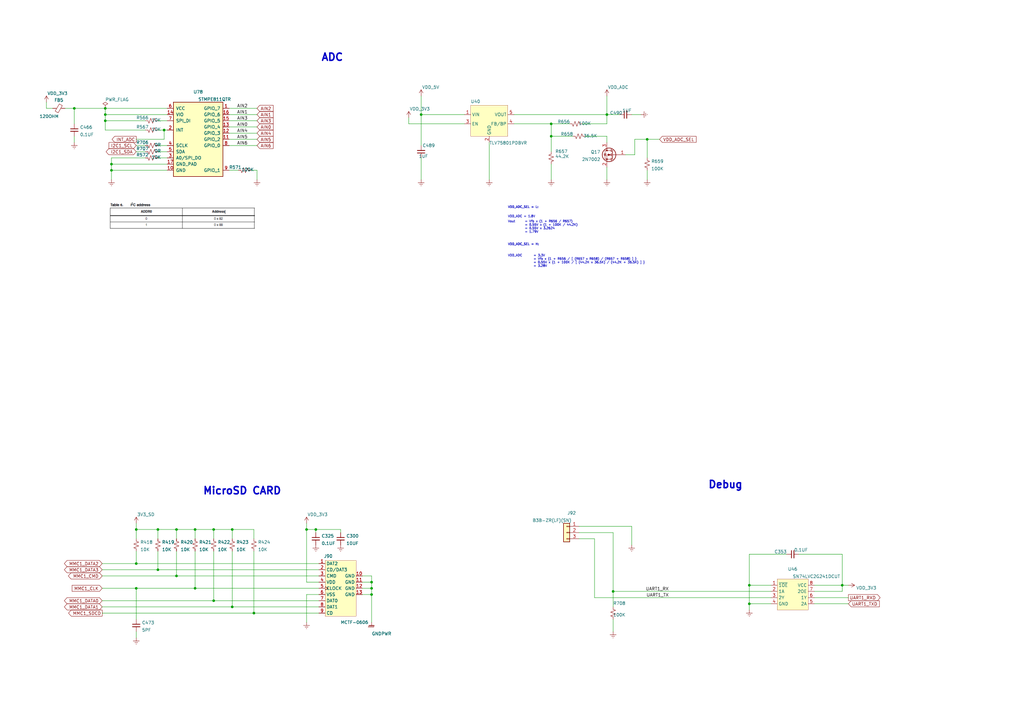
<source format=kicad_sch>
(kicad_sch (version 20210126) (generator eeschema)
  (paper "A3")
  (title_block (title "BeagleBone AI AM57x") (date "2021-01-15") (rev "Kicad-A1") (company "KiCad Services Corporation"))
  (lib_symbols
    (symbol "Connector_Generic:Conn_01x03" (pin_names (offset 1.016) hide)
      (property "Reference" "J" (at 0 5.08 0))
      (property "Value" "Conn_01x03" (at 0 -5.08 0))
      (symbol "Conn_01x03_1_1"
        (rectangle (start -1.27 -2.413) (end 0 -2.667) (stroke (width 0.1524)))
        (rectangle (start -1.27 2.667) (end 0 2.413) (stroke (width 0.1524)))
        (rectangle (start -1.27 3.81) (end 1.27 -3.81) (stroke (width 0.254)) (fill (type background)))
        (rectangle (start -1.27 0.127) (end 0 -0.127) (stroke (width 0.1524)))
        (pin passive line (at -5.08 2.54 0) (length 3.81) (name "Pin_1") (number "1"))
        (pin passive line (at -5.08 0 0) (length 3.81) (name "Pin_2") (number "2"))
        (pin passive line (at -5.08 -2.54 0) (length 3.81) (name "Pin_3") (number "3"))
      )
    )
    (symbol "Device:C_Small" (pin_numbers hide) (pin_names (offset 0.254) hide)
      (property "Reference" "C" (at 0.254 1.778 0))
      (property "Value" "C_Small" (at 0.254 -2.032 0))
      (symbol "C_Small_0_1"
        (polyline (pts (xy -1.524 -0.508) (xy 1.524 -0.508)) (stroke (width 0.3302)))
        (polyline (pts (xy -1.524 0.508) (xy 1.524 0.508)) (stroke (width 0.3048)))
      )
      (symbol "C_Small_1_1"
        (pin passive line (at 0 2.54 270) (length 2.032) (name "~") (number "1"))
        (pin passive line (at 0 -2.54 90) (length 2.032) (name "~") (number "2"))
      )
    )
    (symbol "Device:Ferrite_Bead_Small" (pin_numbers hide) (pin_names (offset 0))
      (property "Reference" "FB" (at 1.905 1.27 0))
      (property "Value" "Ferrite_Bead_Small" (at 1.905 -1.27 0))
      (symbol "Ferrite_Bead_Small_0_1"
        (polyline (pts (xy 0 -1.27) (xy 0 -0.7874)))
        (polyline (pts (xy 0 0.889) (xy 0 1.2954)))
        (polyline (pts (xy -1.8288 0.2794) (xy -1.1176 1.4986) (xy 1.8288 -0.2032) (xy 1.1176 -1.4224) (xy -1.8288 0.2794)))
      )
      (symbol "Ferrite_Bead_Small_1_1"
        (pin passive line (at 0 2.54 270) (length 1.27) (name "~") (number "1"))
        (pin passive line (at 0 -2.54 90) (length 1.27) (name "~") (number "2"))
      )
    )
    (symbol "Device:R_Small_US" (pin_numbers hide) (pin_names (offset 0.254) hide)
      (property "Reference" "R" (at 0.762 0.508 0))
      (property "Value" "R_Small_US" (at 0.762 -1.016 0))
      (symbol "R_Small_US_1_1"
        (polyline (pts (xy 0 0) (xy 1.016 -0.381) (xy 0 -0.762) (xy -1.016 -1.143) (xy 0 -1.524)))
        (polyline (pts (xy 0 1.524) (xy 1.016 1.143) (xy 0 0.762) (xy -1.016 0.381) (xy 0 0)))
        (pin passive line (at 0 2.54 270) (length 1.016) (name "~") (number "1"))
        (pin passive line (at 0 -2.54 90) (length 1.016) (name "~") (number "2"))
      )
    )
    (symbol "Transistor_FET:2N7002" (pin_names hide)
      (property "Reference" "Q" (at 5.08 1.905 0))
      (property "Value" "2N7002" (at 5.08 0 0))
      (symbol "2N7002_0_1"
        (circle (center 1.651 0) (radius 2.794) (stroke (width 0.254)))
        (circle (center 2.54 -1.778) (radius 0.254) (fill (type outline)))
        (circle (center 2.54 1.778) (radius 0.254) (fill (type outline)))
        (polyline (pts (xy 0.254 0) (xy -2.54 0)))
        (polyline (pts (xy 0.254 1.905) (xy 0.254 -1.905)) (stroke (width 0.254)))
        (polyline (pts (xy 0.762 -1.27) (xy 0.762 -2.286)) (stroke (width 0.254)))
        (polyline (pts (xy 0.762 0.508) (xy 0.762 -0.508)) (stroke (width 0.254)))
        (polyline (pts (xy 0.762 2.286) (xy 0.762 1.27)) (stroke (width 0.254)))
        (polyline (pts (xy 2.54 2.54) (xy 2.54 1.778)))
        (polyline (pts (xy 2.54 -2.54) (xy 2.54 0) (xy 0.762 0)))
        (polyline (pts (xy 0.762 -1.778) (xy 3.302 -1.778) (xy 3.302 1.778) (xy 0.762 1.778)))
        (polyline (pts (xy 1.016 0) (xy 2.032 0.381) (xy 2.032 -0.381) (xy 1.016 0)) (fill (type outline)))
        (polyline (pts (xy 2.794 0.508) (xy 2.921 0.381) (xy 3.683 0.381) (xy 3.81 0.254)))
        (polyline (pts (xy 3.302 0.381) (xy 2.921 -0.254) (xy 3.683 -0.254) (xy 3.302 0.381)))
      )
      (symbol "2N7002_1_1"
        (pin input line (at -5.08 0 0) (length 2.54) (name "G") (number "1"))
        (pin passive line (at 2.54 -5.08 90) (length 2.54) (name "S") (number "2"))
        (pin passive line (at 2.54 5.08 270) (length 2.54) (name "D") (number "3"))
      )
    )
    (symbol "beaglebone-ai:3V3_SD" (power) (pin_names (offset 0))
      (property "Value" "3V3_SD" (at 0 3.556 0))
      (symbol "3V3_SD_0_1"
        (polyline (pts (xy -0.762 1.27) (xy 0 2.54)))
        (polyline (pts (xy 0 0) (xy 0 2.54)))
        (polyline (pts (xy 0 2.54) (xy 0.762 1.27)))
      )
      (symbol "3V3_SD_1_1"
        (pin power_in line (at 0 0 90) (length 0) hide (name "3V3_SD") (number "1"))
      )
    )
    (symbol "beaglebone-ai:MCTF-0606"
      (property "Reference" "J" (at -6.35 11.43 0))
      (property "Value" "MCTF-0606" (at -1.27 -13.97 0))
      (symbol "MCTF-0606_0_1"
        (rectangle (start -6.35 10.16) (end 6.35 -12.7) (stroke (width 0.0006)) (fill (type background)))
      )
      (symbol "MCTF-0606_1_1"
        (pin input line (at -8.89 8.89 0) (length 2.54) (name "DAT2") (number "1"))
        (pin bidirectional line (at -8.89 6.35 0) (length 2.54) (name "CD/DAT3") (number "2"))
        (pin bidirectional line (at -8.89 3.81 0) (length 2.54) (name "CMD") (number "3"))
        (pin power_in line (at -8.89 1.27 0) (length 2.54) (name "VDD") (number "4"))
        (pin input clock (at -8.89 -1.27 0) (length 2.54) (name "CLOCK") (number "5"))
        (pin power_in line (at -8.89 -3.81 0) (length 2.54) (name "VSS") (number "6"))
        (pin bidirectional line (at -8.89 -6.35 0) (length 2.54) (name "DAT0") (number "7"))
        (pin bidirectional line (at -8.89 -8.89 0) (length 2.54) (name "DAT1") (number "8"))
        (pin output line (at -8.89 -11.43 0) (length 2.54) (name "CD") (number "9"))
        (pin power_in line (at 8.89 3.81 180) (length 2.54) (name "GND") (number "10"))
        (pin power_in line (at 8.89 1.27 180) (length 2.54) (name "GND") (number "11"))
        (pin power_in line (at 8.89 -1.27 180) (length 2.54) (name "GND") (number "12"))
        (pin power_in line (at 8.89 -3.81 180) (length 2.54) (name "GND") (number "13"))
      )
    )
    (symbol "beaglebone-ai:SGM2032"
      (property "Reference" "U" (at -6.35 12.7 0))
      (property "Value" "SGM2032" (at 8.89 12.7 0))
      (symbol "SGM2032_0_1"
        (rectangle (start -6.35 11.43) (end 8.89 -1.27) (stroke (width 0.0006)) (fill (type background)))
      )
      (symbol "SGM2032_1_1"
        (pin power_in line (at -8.89 7.62 0) (length 2.54) (name "VIN") (number "1"))
        (pin input line (at -8.89 3.81 0) (length 2.54) (name "EN") (number "3"))
        (pin power_in line (at 1.27 -3.81 90) (length 2.54) (name "GND") (number "2"))
        (pin input line (at 11.43 3.81 180) (length 2.54) (name "FB/BP") (number "4"))
        (pin power_out line (at 11.43 7.62 180) (length 2.54) (name "VOUT") (number "5"))
      )
    )
    (symbol "beaglebone-ai:SN74LVC2G241"
      (property "Reference" "U" (at -5.08 7.62 0))
      (property "Value" "SN74LVC2G241" (at 0 -7.62 0))
      (symbol "SN74LVC2G241_0_1"
        (rectangle (start -6.35 6.35) (end 6.35 -6.35) (stroke (width 0.0006)) (fill (type background)))
      )
      (symbol "SN74LVC2G241_1_1"
        (pin input line (at -8.89 3.81 0) (length 2.54) (name "~1OE") (number "1"))
        (pin input line (at -8.89 1.27 0) (length 2.54) (name "1A") (number "2"))
        (pin output line (at -8.89 -1.27 0) (length 2.54) (name "2Y") (number "3"))
        (pin power_in line (at -8.89 -3.81 0) (length 2.54) (name "GND") (number "4"))
        (pin power_in line (at 8.89 3.81 180) (length 2.54) (name "VCC") (number "8"))
        (pin input line (at 8.89 1.27 180) (length 2.54) (name "2OE") (number "7"))
        (pin output line (at 8.89 -1.27 180) (length 2.54) (name "1Y") (number "6"))
        (pin input line (at 8.89 -3.81 180) (length 2.54) (name "2A") (number "5"))
      )
    )
    (symbol "beaglebone-ai:STMPE811" (pin_names (offset 1.016))
      (property "Reference" "U" (at -9.144 16.256 0))
      (property "Value" "STMPE811" (at 6.096 16.256 0))
      (symbol "STMPE811_0_1"
        (rectangle (start -10.16 15.24) (end 10.16 -15.24) (stroke (width 0.254)) (fill (type background)))
      )
      (symbol "STMPE811_1_1"
        (pin bidirectional line (at 12.7 -2.54 180) (length 2.54) (name "GPIO_0") (number "8"))
        (pin input line (at -12.7 -7.62 0) (length 2.54) (name "A0/SPI_DO") (number "3"))
        (pin input line (at -12.7 -2.54 0) (length 2.54) (name "SCLK") (number "4"))
        (pin bidirectional line (at 12.7 -12.7 180) (length 2.54) (name "GPIO_1") (number "9"))
        (pin bidirectional line (at -12.7 -5.08 0) (length 2.54) (name "SDA") (number "5"))
        (pin power_in line (at -12.7 12.7 0) (length 2.54) (name "VCC") (number "6"))
        (pin output line (at -12.7 3.81 0) (length 2.54) (name "INT") (number "2"))
        (pin input line (at -12.7 10.16 0) (length 2.54) (name "VIO") (number "14"))
        (pin input line (at -12.7 7.62 0) (length 2.54) (name "SPI_DI") (number "7"))
        (pin bidirectional line (at 12.7 0 180) (length 2.54) (name "GPIO_2") (number "11"))
        (pin bidirectional line (at 12.7 2.54 180) (length 2.54) (name "GPIO_3") (number "12"))
        (pin bidirectional line (at 12.7 5.08 180) (length 2.54) (name "GPIO_4") (number "13"))
        (pin bidirectional line (at 12.7 7.62 180) (length 2.54) (name "GPIO_5") (number "15"))
        (pin bidirectional line (at 12.7 10.16 180) (length 2.54) (name "GPIO_6") (number "16"))
        (pin bidirectional line (at 12.7 12.7 180) (length 2.54) (name "GPIO_7") (number "1"))
        (pin power_in line (at -12.7 -12.7 0) (length 2.54) (name "GND") (number "10"))
        (pin power_in line (at -12.7 -10.16 0) (length 2.54) (name "GND_PAD") (number "17"))
      )
    )
    (symbol "beaglebone-ai:VDD_3V3" (power) (pin_names (offset 0))
      (property "Value" "VDD_3V3" (at 0 3.556 0))
      (symbol "VDD_3V3_0_1"
        (polyline (pts (xy -0.762 1.27) (xy 0 2.54)))
        (polyline (pts (xy 0 0) (xy 0 2.54)))
        (polyline (pts (xy 0 2.54) (xy 0.762 1.27)))
      )
      (symbol "VDD_3V3_1_1"
        (pin power_in line (at 0 0 90) (length 0) hide (name "VDD_3V3") (number "1"))
      )
    )
    (symbol "beaglebone-ai:VDD_5V" (power) (pin_names (offset 0))
      (property "Value" "VDD_5V" (at 0 3.556 0))
      (symbol "VDD_5V_0_1"
        (polyline (pts (xy -0.762 1.27) (xy 0 2.54)))
        (polyline (pts (xy 0 0) (xy 0 2.54)))
        (polyline (pts (xy 0 2.54) (xy 0.762 1.27)))
      )
      (symbol "VDD_5V_1_1"
        (pin power_in line (at 0 0 90) (length 0) hide (name "VDD_5V") (number "1"))
      )
    )
    (symbol "beaglebone-ai:VDD_ADC" (power) (pin_names (offset 0))
      (property "Value" "VDD_ADC" (at 0 3.556 0))
      (symbol "VDD_ADC_0_1"
        (polyline (pts (xy -0.762 1.27) (xy 0 2.54)))
        (polyline (pts (xy 0 0) (xy 0 2.54)))
        (polyline (pts (xy 0 2.54) (xy 0.762 1.27)))
      )
      (symbol "VDD_ADC_1_1"
        (pin power_in line (at 0 0 90) (length 0) hide (name "VDD_ADC") (number "1"))
      )
    )
    (symbol "power:Earth" (power) (pin_names (offset 0))
      (symbol "Earth_0_1"
        (polyline (pts (xy -0.635 -1.905) (xy 0.635 -1.905)))
        (polyline (pts (xy -0.127 -2.54) (xy 0.127 -2.54)))
        (polyline (pts (xy 0 -1.27) (xy 0 0)))
        (polyline (pts (xy 1.27 -1.27) (xy -1.27 -1.27)))
      )
      (symbol "Earth_1_1"
        (pin power_in line (at 0 0 270) (length 0) hide (name "Earth") (number "1"))
      )
    )
    (symbol "power:GNDPWR" (power) (pin_names (offset 0))
      (property "Value" "GNDPWR" (at 0 -3.302 0))
      (symbol "GNDPWR_0_1"
        (polyline (pts (xy 0 -1.27) (xy 0 0)))
        (polyline (pts (xy -1.016 -1.27) (xy -1.27 -2.032) (xy -1.27 -2.032)) (stroke (width 0.2032)))
        (polyline (pts (xy -0.508 -1.27) (xy -0.762 -2.032) (xy -0.762 -2.032)) (stroke (width 0.2032)))
        (polyline (pts (xy 0 -1.27) (xy -0.254 -2.032) (xy -0.254 -2.032)) (stroke (width 0.2032)))
        (polyline (pts (xy 0.508 -1.27) (xy 0.254 -2.032) (xy 0.254 -2.032)) (stroke (width 0.2032)))
        (polyline (pts (xy 1.016 -1.27) (xy -1.016 -1.27) (xy -1.016 -1.27)) (stroke (width 0.2032)))
        (polyline (pts (xy 1.016 -1.27) (xy 0.762 -2.032) (xy 0.762 -2.032) (xy 0.762 -2.032)) (stroke (width 0.2032)))
      )
      (symbol "GNDPWR_1_1"
        (pin power_in line (at 0 0 270) (length 0) hide (name "GNDPWR") (number "1"))
      )
    )
    (symbol "power:PWR_FLAG" (power) (pin_numbers hide) (pin_names (offset 0) hide)
      (property "Value" "PWR_FLAG" (at 0 3.81 0))
      (symbol "PWR_FLAG_0_0"
        (pin power_out line (at 0 0 90) (length 0) (name "pwr") (number "1"))
      )
      (symbol "PWR_FLAG_0_1"
        (polyline (pts (xy 0 0) (xy 0 1.27) (xy -1.016 1.905) (xy 0 2.54) (xy 1.016 1.905) (xy 0 1.27)))
      )
    )
  )
  (junction (at 30.48 44.45) (diameter 0.9144))
  (junction (at 43.18 44.45) (diameter 0.9144))
  (junction (at 43.18 46.99) (diameter 0.9144))
  (junction (at 43.18 49.53) (diameter 0.9144))
  (junction (at 45.72 67.31) (diameter 0.9144))
  (junction (at 45.72 69.85) (diameter 0.9144))
  (junction (at 55.88 217.17) (diameter 0.9144))
  (junction (at 55.88 231.14) (diameter 0.9144))
  (junction (at 55.88 241.3) (diameter 0.9144))
  (junction (at 64.77 217.17) (diameter 0.9144))
  (junction (at 64.77 233.68) (diameter 0.9144))
  (junction (at 67.31 53.34) (diameter 0.9144))
  (junction (at 72.39 217.17) (diameter 0.9144))
  (junction (at 72.39 236.22) (diameter 0.9144))
  (junction (at 80.01 217.17) (diameter 0.9144))
  (junction (at 80.01 241.3) (diameter 0.9144))
  (junction (at 87.63 217.17) (diameter 0.9144))
  (junction (at 87.63 246.38) (diameter 0.9144))
  (junction (at 95.25 217.17) (diameter 0.9144))
  (junction (at 95.25 248.92) (diameter 0.9144))
  (junction (at 104.14 251.46) (diameter 0.9144))
  (junction (at 125.73 217.17) (diameter 0.9144))
  (junction (at 129.54 217.17) (diameter 0.9144))
  (junction (at 152.4 238.76) (diameter 0.9144))
  (junction (at 152.4 241.3) (diameter 0.9144))
  (junction (at 152.4 243.84) (diameter 0.9144))
  (junction (at 172.72 46.99) (diameter 0.9144))
  (junction (at 226.06 50.8) (diameter 0.9144))
  (junction (at 226.06 55.88) (diameter 0.9144))
  (junction (at 248.92 46.99) (diameter 0.9144))
  (junction (at 251.46 242.57) (diameter 0.9144))
  (junction (at 265.43 57.15) (diameter 0.9144))
  (junction (at 307.34 240.03) (diameter 0.9144))
  (junction (at 307.34 247.65) (diameter 0.9144))
  (junction (at 345.44 240.03) (diameter 0.9144))
  (wire (pts (xy 19.05 41.91) (xy 19.05 44.45)))
  (wire (pts (xy 21.59 44.45) (xy 19.05 44.45)))
  (wire (pts (xy 26.67 44.45) (xy 30.48 44.45)))
  (wire (pts (xy 30.48 44.45) (xy 30.48 50.8)))
  (wire (pts (xy 30.48 55.88) (xy 30.48 58.42)))
  (wire (pts (xy 41.91 231.14) (xy 55.88 231.14)))
  (wire (pts (xy 41.91 233.68) (xy 64.77 233.68)))
  (wire (pts (xy 41.91 236.22) (xy 72.39 236.22)))
  (wire (pts (xy 41.91 241.3) (xy 55.88 241.3)))
  (wire (pts (xy 41.91 246.38) (xy 87.63 246.38)))
  (wire (pts (xy 41.91 248.92) (xy 95.25 248.92)))
  (wire (pts (xy 41.91 251.46) (xy 104.14 251.46)))
  (wire (pts (xy 43.18 44.45) (xy 30.48 44.45)))
  (wire (pts (xy 43.18 46.99) (xy 43.18 44.45)))
  (wire (pts (xy 43.18 46.99) (xy 68.58 46.99)))
  (wire (pts (xy 43.18 49.53) (xy 43.18 46.99)))
  (wire (pts (xy 43.18 49.53) (xy 59.69 49.53)))
  (wire (pts (xy 43.18 53.34) (xy 43.18 49.53)))
  (wire (pts (xy 45.72 64.77) (xy 45.72 67.31)))
  (wire (pts (xy 45.72 64.77) (xy 59.69 64.77)))
  (wire (pts (xy 45.72 67.31) (xy 45.72 69.85)))
  (wire (pts (xy 45.72 67.31) (xy 68.58 67.31)))
  (wire (pts (xy 45.72 69.85) (xy 45.72 73.66)))
  (wire (pts (xy 45.72 69.85) (xy 68.58 69.85)))
  (wire (pts (xy 55.88 57.15) (xy 67.31 57.15)))
  (wire (pts (xy 55.88 59.69) (xy 59.69 59.69)))
  (wire (pts (xy 55.88 62.23) (xy 59.69 62.23)))
  (wire (pts (xy 55.88 214.63) (xy 55.88 217.17)))
  (wire (pts (xy 55.88 217.17) (xy 64.77 217.17)))
  (wire (pts (xy 55.88 220.98) (xy 55.88 217.17)))
  (wire (pts (xy 55.88 231.14) (xy 55.88 226.06)))
  (wire (pts (xy 55.88 231.14) (xy 130.81 231.14)))
  (wire (pts (xy 55.88 241.3) (xy 55.88 254)))
  (wire (pts (xy 55.88 241.3) (xy 80.01 241.3)))
  (wire (pts (xy 55.88 259.08) (xy 55.88 261.62)))
  (wire (pts (xy 59.69 53.34) (xy 43.18 53.34)))
  (wire (pts (xy 64.77 49.53) (xy 68.58 49.53)))
  (wire (pts (xy 64.77 53.34) (xy 67.31 53.34)))
  (wire (pts (xy 64.77 59.69) (xy 68.58 59.69)))
  (wire (pts (xy 64.77 62.23) (xy 68.58 62.23)))
  (wire (pts (xy 64.77 64.77) (xy 68.58 64.77)))
  (wire (pts (xy 64.77 217.17) (xy 64.77 220.98)))
  (wire (pts (xy 64.77 217.17) (xy 72.39 217.17)))
  (wire (pts (xy 64.77 226.06) (xy 64.77 233.68)))
  (wire (pts (xy 64.77 233.68) (xy 130.81 233.68)))
  (wire (pts (xy 67.31 53.34) (xy 67.31 57.15)))
  (wire (pts (xy 68.58 44.45) (xy 43.18 44.45)))
  (wire (pts (xy 68.58 53.34) (xy 67.31 53.34)))
  (wire (pts (xy 72.39 217.17) (xy 72.39 220.98)))
  (wire (pts (xy 72.39 217.17) (xy 80.01 217.17)))
  (wire (pts (xy 72.39 226.06) (xy 72.39 236.22)))
  (wire (pts (xy 72.39 236.22) (xy 130.81 236.22)))
  (wire (pts (xy 80.01 217.17) (xy 80.01 220.98)))
  (wire (pts (xy 80.01 217.17) (xy 87.63 217.17)))
  (wire (pts (xy 80.01 226.06) (xy 80.01 241.3)))
  (wire (pts (xy 80.01 241.3) (xy 130.81 241.3)))
  (wire (pts (xy 87.63 217.17) (xy 87.63 220.98)))
  (wire (pts (xy 87.63 217.17) (xy 95.25 217.17)))
  (wire (pts (xy 87.63 226.06) (xy 87.63 246.38)))
  (wire (pts (xy 87.63 246.38) (xy 130.81 246.38)))
  (wire (pts (xy 93.98 44.45) (xy 105.41 44.45)))
  (wire (pts (xy 93.98 46.99) (xy 105.41 46.99)))
  (wire (pts (xy 93.98 49.53) (xy 105.41 49.53)))
  (wire (pts (xy 93.98 52.07) (xy 105.41 52.07)))
  (wire (pts (xy 93.98 54.61) (xy 105.41 54.61)))
  (wire (pts (xy 93.98 57.15) (xy 105.41 57.15)))
  (wire (pts (xy 93.98 59.69) (xy 105.41 59.69)))
  (wire (pts (xy 93.98 69.85) (xy 97.79 69.85)))
  (wire (pts (xy 95.25 217.17) (xy 95.25 220.98)))
  (wire (pts (xy 95.25 217.17) (xy 104.14 217.17)))
  (wire (pts (xy 95.25 226.06) (xy 95.25 248.92)))
  (wire (pts (xy 95.25 248.92) (xy 130.81 248.92)))
  (wire (pts (xy 102.87 69.85) (xy 105.41 69.85)))
  (wire (pts (xy 104.14 217.17) (xy 104.14 220.98)))
  (wire (pts (xy 104.14 226.06) (xy 104.14 251.46)))
  (wire (pts (xy 104.14 251.46) (xy 130.81 251.46)))
  (wire (pts (xy 105.41 69.85) (xy 105.41 73.66)))
  (wire (pts (xy 125.73 214.63) (xy 125.73 217.17)))
  (wire (pts (xy 125.73 217.17) (xy 125.73 238.76)))
  (wire (pts (xy 125.73 217.17) (xy 129.54 217.17)))
  (wire (pts (xy 125.73 238.76) (xy 130.81 238.76)))
  (wire (pts (xy 125.73 243.84) (xy 125.73 255.27)))
  (wire (pts (xy 125.73 243.84) (xy 130.81 243.84)))
  (wire (pts (xy 129.54 217.17) (xy 129.54 218.44)))
  (wire (pts (xy 129.54 217.17) (xy 139.7 217.17)))
  (wire (pts (xy 139.7 217.17) (xy 139.7 218.44)))
  (wire (pts (xy 148.59 236.22) (xy 152.4 236.22)))
  (wire (pts (xy 148.59 238.76) (xy 152.4 238.76)))
  (wire (pts (xy 148.59 241.3) (xy 152.4 241.3)))
  (wire (pts (xy 148.59 243.84) (xy 152.4 243.84)))
  (wire (pts (xy 152.4 236.22) (xy 152.4 238.76)))
  (wire (pts (xy 152.4 238.76) (xy 152.4 241.3)))
  (wire (pts (xy 152.4 241.3) (xy 152.4 243.84)))
  (wire (pts (xy 152.4 243.84) (xy 152.4 255.27)))
  (wire (pts (xy 167.64 48.26) (xy 167.64 50.8)))
  (wire (pts (xy 172.72 39.37) (xy 172.72 46.99)))
  (wire (pts (xy 172.72 46.99) (xy 172.72 59.69)))
  (wire (pts (xy 172.72 64.77) (xy 172.72 73.66)))
  (wire (pts (xy 190.5 46.99) (xy 172.72 46.99)))
  (wire (pts (xy 190.5 50.8) (xy 167.64 50.8)))
  (wire (pts (xy 200.66 58.42) (xy 200.66 73.66)))
  (wire (pts (xy 210.82 46.99) (xy 248.92 46.99)))
  (wire (pts (xy 210.82 50.8) (xy 226.06 50.8)))
  (wire (pts (xy 226.06 50.8) (xy 226.06 55.88)))
  (wire (pts (xy 226.06 50.8) (xy 233.68 50.8)))
  (wire (pts (xy 226.06 55.88) (xy 226.06 62.23)))
  (wire (pts (xy 226.06 55.88) (xy 234.95 55.88)))
  (wire (pts (xy 226.06 67.31) (xy 226.06 73.66)))
  (wire (pts (xy 237.49 215.9) (xy 259.08 215.9)))
  (wire (pts (xy 237.49 220.98) (xy 243.84 220.98)))
  (wire (pts (xy 238.76 50.8) (xy 248.92 50.8)))
  (wire (pts (xy 240.03 55.88) (xy 248.92 55.88)))
  (wire (pts (xy 243.84 220.98) (xy 243.84 245.11)))
  (wire (pts (xy 243.84 245.11) (xy 316.23 245.11)))
  (wire (pts (xy 248.92 39.37) (xy 248.92 46.99)))
  (wire (pts (xy 248.92 46.99) (xy 254 46.99)))
  (wire (pts (xy 248.92 50.8) (xy 248.92 46.99)))
  (wire (pts (xy 248.92 55.88) (xy 248.92 58.42)))
  (wire (pts (xy 248.92 68.58) (xy 248.92 73.66)))
  (wire (pts (xy 251.46 218.44) (xy 237.49 218.44)))
  (wire (pts (xy 251.46 242.57) (xy 251.46 218.44)))
  (wire (pts (xy 251.46 242.57) (xy 251.46 248.92)))
  (wire (pts (xy 251.46 254) (xy 251.46 259.08)))
  (wire (pts (xy 256.54 63.5) (xy 260.35 63.5)))
  (wire (pts (xy 259.08 46.99) (xy 262.89 46.99)))
  (wire (pts (xy 259.08 215.9) (xy 259.08 223.52)))
  (wire (pts (xy 260.35 57.15) (xy 265.43 57.15)))
  (wire (pts (xy 260.35 63.5) (xy 260.35 57.15)))
  (wire (pts (xy 265.43 57.15) (xy 265.43 64.77)))
  (wire (pts (xy 265.43 57.15) (xy 270.51 57.15)))
  (wire (pts (xy 265.43 69.85) (xy 265.43 73.66)))
  (wire (pts (xy 307.34 227.33) (xy 322.58 227.33)))
  (wire (pts (xy 307.34 240.03) (xy 307.34 227.33)))
  (wire (pts (xy 307.34 240.03) (xy 307.34 247.65)))
  (wire (pts (xy 307.34 247.65) (xy 307.34 250.19)))
  (wire (pts (xy 316.23 240.03) (xy 307.34 240.03)))
  (wire (pts (xy 316.23 242.57) (xy 251.46 242.57)))
  (wire (pts (xy 316.23 247.65) (xy 307.34 247.65)))
  (wire (pts (xy 327.66 227.33) (xy 345.44 227.33)))
  (wire (pts (xy 334.01 242.57) (xy 345.44 242.57)))
  (wire (pts (xy 334.01 245.11) (xy 347.98 245.11)))
  (wire (pts (xy 334.01 247.65) (xy 347.98 247.65)))
  (wire (pts (xy 345.44 227.33) (xy 345.44 240.03)))
  (wire (pts (xy 345.44 240.03) (xy 334.01 240.03)))
  (wire (pts (xy 345.44 240.03) (xy 347.98 240.03)))
  (wire (pts (xy 345.44 242.57) (xy 345.44 240.03)))
  (image (at 74.93 88.9))
  (text "MicroSD CARD" (at 115.57 203.2 180) (effects (font (size 3 3) (thickness 0.6) bold) (justify right bottom)))
  (text "ADC" (at 140.97 25.4 180) (effects (font (size 3 3) (thickness 0.6) bold) (justify right bottom)))
  (text "VDD_ADC_SEL = L:" (at 208.28 85.598 0) (effects (font (size 0.889 0.889) (thickness 0.1778) bold) (justify left bottom)))
  (text "VDD_ADC = 1.8V" (at 208.28 89.408 0) (effects (font (size 0.889 0.889)) (justify left bottom)))
  (text "Vout 	= Vfb x (1 + R656 / R657)\n		= 0.55V x (1 + 100K / 44.2K)\n		= 0.55V x 3.2624\n		= 1.79V" (at 208.28 95.758 0) (effects (font (size 0.889 0.889)) (justify left bottom)))
  (text "VDD_ADC_SEL = H:" (at 208.28 100.838 180) (effects (font (size 0.889 0.889) bold) (justify left bottom)))
  (text "VDD_ADC 	= 3.3V\n			= Vfb x {1 + R656 / [ (R657 x R658) / (R657 + R658) ] }\n			= 0.55V x {1 + 100K / [ (44.2K x 36.5K) / (44.2K + 36.5K) ] }\n			= 3.28V" (at 208.28 109.728 0) (effects (font (size 0.889 0.889)) (justify left bottom)))
  (text "" (at 208.28 113.538 180) (effects (font (size 0.889 0.889)) (justify left bottom)))
  (text "Debug" (at 304.8 200.66 180) (effects (font (size 3 3) (thickness 0.6) bold) (justify right bottom)))
  (label "AIN2" (at 101.6 44.45 180))
  (label "AIN1" (at 101.6 46.99 180))
  (label "AIN3" (at 101.6 49.53 180))
  (label "AIN0" (at 101.6 52.07 180))
  (label "AIN4" (at 101.6 54.61 180))
  (label "AIN5" (at 101.6 57.15 180))
  (label "AIN6" (at 101.6 59.69 180))
  (label "UART1_RX" (at 274.32 242.57 180))
  (label "UART1_TX" (at 274.32 245.11 180))
  (global_label "MMC1_DATA2" (shape bidirectional) (at 41.91 231.14 180) (property "Intersheet References" "${INTERSHEET_REFS}" (at 25.9986 231.0606 0) (effects (justify right))))
  (global_label "MMC1_DATA3" (shape bidirectional) (at 41.91 233.68 180) (property "Intersheet References" "${INTERSHEET_REFS}" (at 25.9986 233.6006 0) (effects (justify right))))
  (global_label "MMC1_CMD" (shape bidirectional) (at 41.91 236.22 180) (property "Intersheet References" "${INTERSHEET_REFS}" (at 27.6315 236.1406 0) (effects (justify right))))
  (global_label "MMC1_CLK" (shape input) (at 41.91 241.3 180) (property "Intersheet References" "${INTERSHEET_REFS}" (at 28.0548 241.2206 0) (effects (justify right))))
  (global_label "MMC1_DATA0" (shape bidirectional) (at 41.91 246.38 180) (property "Intersheet References" "${INTERSHEET_REFS}" (at 25.9986 246.3006 0) (effects (justify right))))
  (global_label "MMC1_DATA1" (shape bidirectional) (at 41.91 248.92 180) (property "Intersheet References" "${INTERSHEET_REFS}" (at 25.9986 248.8406 0) (effects (justify right))))
  (global_label "MMC1_SDCD" (shape output) (at 41.91 251.46 180) (property "Intersheet References" "${INTERSHEET_REFS}" (at 26.6034 251.3806 0) (effects (justify right))))
  (global_label "INT_ADC" (shape output) (at 55.88 57.15 180) (property "Intersheet References" "${INTERSHEET_REFS}" (at 44.4439 57.0706 0) (effects (justify right))))
  (global_label "I2C1_SCL" (shape input) (at 55.88 59.69 180) (property "Intersheet References" "${INTERSHEET_REFS}" (at 43.1739 59.6106 0) (effects (justify right))))
  (global_label "I2C1_SDA" (shape bidirectional) (at 55.88 62.23 180) (property "Intersheet References" "${INTERSHEET_REFS}" (at 43.1134 62.1506 0) (effects (justify right))))
  (global_label "AIN2" (shape input) (at 105.41 44.45 0) (property "Intersheet References" "${INTERSHEET_REFS}" (at 115.57 44.45 0)))
  (global_label "AIN1" (shape input) (at 105.41 46.99 0) (property "Intersheet References" "${INTERSHEET_REFS}" (at 115.57 46.99 0)))
  (global_label "AIN3" (shape input) (at 105.41 49.53 0) (property "Intersheet References" "${INTERSHEET_REFS}" (at 115.57 49.53 0)))
  (global_label "AIN0" (shape input) (at 105.41 52.07 0) (property "Intersheet References" "${INTERSHEET_REFS}" (at 115.57 52.07 0)))
  (global_label "AIN4" (shape input) (at 105.41 54.61 0) (property "Intersheet References" "${INTERSHEET_REFS}" (at 115.57 54.61 0)))
  (global_label "AIN5" (shape input) (at 105.41 57.15 0) (property "Intersheet References" "${INTERSHEET_REFS}" (at 115.57 57.15 0)))
  (global_label "AIN6" (shape input) (at 105.41 59.69 0) (property "Intersheet References" "${INTERSHEET_REFS}" (at 115.57 59.69 0)))
  (global_label "VDD_ADC_SEL" (shape input) (at 270.51 57.15 0) (property "Intersheet References" "${INTERSHEET_REFS}" (at 287.0261 57.0706 0) (effects (justify left))))
  (global_label "UART1_RXD" (shape output) (at 347.98 245.11 0) (property "Intersheet References" "${INTERSHEET_REFS}" (at 362.5004 245.0306 0) (effects (justify left))))
  (global_label "UART1_TXD" (shape input) (at 347.98 247.65 0) (property "Intersheet References" "${INTERSHEET_REFS}" (at 362.1981 247.5706 0) (effects (justify left))))
  (symbol (lib_id "power:PWR_FLAG") (at 43.18 44.45 0) (unit 1)
    (property "Reference" "#FLG0123" (effects hide))
    (property "Value" "PWR_FLAG" (at 43.18 40.1256 0) (effects (justify left top)))
  )
  (symbol (lib_id "beaglebone-ai:VDD_3V3") (at 19.05 41.91 0) (unit 1)
    (property "Reference" "#PWR0505" (effects hide))
    (property "Value" "VDD_3V3" (at 19.4183 37.5856 0) (effects (justify left top)))
  )
  (symbol (lib_id "beaglebone-ai:3V3_SD") (at 55.88 214.63 0) (unit 1)
    (property "Reference" "#PWR0516" (effects hide))
    (property "Value" "3V3_SD" (at 56.2483 210.3056 0) (effects (justify left top)))
  )
  (symbol (lib_id "beaglebone-ai:VDD_3V3") (at 125.73 214.63 0) (unit 1)
    (property "Reference" "#PWR0515" (effects hide))
    (property "Value" "VDD_3V3" (at 126.0983 210.3056 0) (effects (justify left top)))
  )
  (symbol (lib_id "beaglebone-ai:VDD_3V3") (at 167.64 48.26 0) (unit 1)
    (property "Reference" "#PWR0503" (effects hide))
    (property "Value" "VDD_3V3" (at 168.0083 43.9356 0) (effects (justify left top)))
  )
  (symbol (lib_id "beaglebone-ai:VDD_5V") (at 172.72 39.37 0) (unit 1)
    (property "Reference" "#PWR0512" (effects hide))
    (property "Value" "VDD_5V" (at 173.0883 35.0456 0) (effects (justify left top)))
  )
  (symbol (lib_id "beaglebone-ai:VDD_ADC") (at 248.92 39.37 0) (unit 1)
    (property "Reference" "#PWR0507" (effects hide))
    (property "Value" "VDD_ADC" (at 249.2883 35.0456 0) (effects (justify left top)))
  )
  (symbol (lib_id "beaglebone-ai:VDD_3V3") (at 347.98 240.03 270) (unit 1)
    (property "Reference" "#PWR0524" (effects hide))
    (property "Value" "VDD_3V3" (at 351.1551 240.3983 90) (effects (justify left top)))
  )
  (symbol (lib_id "power:GNDPWR") (at 152.4 255.27 0) (unit 1)
    (property "Reference" "#PWR0521" (effects hide))
    (property "Value" "GNDPWR" (at 152.4635 259.188 0) (effects (justify left top)))
  )
  (symbol (lib_id "power:Earth") (at 30.48 58.42 0) (unit 1)
    (property "Reference" "#PWR0506" (effects hide))
    (property "Value" "Earth" (effects hide))
  )
  (symbol (lib_id "power:Earth") (at 45.72 73.66 0) (unit 1)
    (property "Reference" "#PWR0504" (effects hide))
    (property "Value" "Earth" (effects hide))
  )
  (symbol (lib_id "power:Earth") (at 55.88 261.62 0) (unit 1)
    (property "Reference" "#PWR0517" (effects hide))
    (property "Value" "Earth" (effects hide))
  )
  (symbol (lib_id "power:Earth") (at 105.41 73.66 0) (unit 1)
    (property "Reference" "#PWR0502" (effects hide))
    (property "Value" "Earth" (effects hide))
  )
  (symbol (lib_id "power:Earth") (at 125.73 255.27 0) (unit 1)
    (property "Reference" "#PWR0518" (effects hide))
    (property "Value" "Earth" (effects hide))
  )
  (symbol (lib_id "power:Earth") (at 129.54 223.52 0) (unit 1)
    (property "Reference" "#PWR0520" (effects hide))
    (property "Value" "Earth" (effects hide))
  )
  (symbol (lib_id "power:Earth") (at 139.7 223.52 0) (unit 1)
    (property "Reference" "#PWR0519" (effects hide))
    (property "Value" "Earth" (effects hide))
  )
  (symbol (lib_id "power:Earth") (at 172.72 73.66 0) (unit 1)
    (property "Reference" "#PWR0511" (effects hide))
    (property "Value" "Earth" (effects hide))
  )
  (symbol (lib_id "power:Earth") (at 200.66 73.66 0) (unit 1)
    (property "Reference" "#PWR0514" (effects hide))
    (property "Value" "Earth" (effects hide))
  )
  (symbol (lib_id "power:Earth") (at 226.06 73.66 0) (unit 1)
    (property "Reference" "#PWR0513" (effects hide))
    (property "Value" "Earth" (effects hide))
  )
  (symbol (lib_id "power:Earth") (at 248.92 73.66 0) (unit 1)
    (property "Reference" "#PWR0510" (effects hide))
    (property "Value" "Earth" (effects hide))
  )
  (symbol (lib_id "power:Earth") (at 251.46 259.08 0) (unit 1)
    (property "Reference" "#PWR0598" (effects hide))
    (property "Value" "Earth" (effects hide))
  )
  (symbol (lib_id "power:Earth") (at 259.08 223.52 0) (unit 1)
    (property "Reference" "#PWR0523" (effects hide))
    (property "Value" "Earth" (effects hide))
  )
  (symbol (lib_id "power:Earth") (at 262.89 46.99 90) (unit 1)
    (property "Reference" "#PWR0508" (effects hide))
    (property "Value" "Earth" (effects hide))
  )
  (symbol (lib_id "power:Earth") (at 265.43 73.66 0) (unit 1)
    (property "Reference" "#PWR0509" (effects hide))
    (property "Value" "Earth" (effects hide))
  )
  (symbol (lib_id "power:Earth") (at 307.34 250.19 0) (unit 1)
    (property "Reference" "#PWR0522" (effects hide))
    (property "Value" "Earth" (effects hide))
  )
  (symbol (lib_id "Device:R_Small_US") (at 55.88 223.52 0) (unit 1)
    (property "Reference" "R418" (at 57.531 222.371 0) (effects (justify left)))
    (property "Value" "10K" (at 57.531 224.669 0) (effects (justify left top)))
    (property "Footprint" "beaglebone-ai:R0402" (effects hide))
    (property "Description" "RES,10K,+/-1%,1/16W,SMD0402" (effects hide))
    (property "Manufacturer" "YAGEO" (effects hide))
    (property "Manufacturer P/N" "RC0402FR-0710KL" (effects hide))
    (property "Rating" "1%" (effects hide))
  )
  (symbol (lib_id "Device:R_Small_US") (at 62.23 49.53 90) (mirror x) (unit 1)
    (property "Reference" "R566" (at 58.42 48.279 90))
    (property "Value" "10K" (at 66.04 48.521 90) (effects (justify left top)))
    (property "Footprint" "beaglebone-ai:R0402" (effects hide))
    (property "Description" "RES,10K,+/-5%,1/16W,SMD0402" (effects hide))
    (property "Manufacturer" "YAGEO" (effects hide))
    (property "Manufacturer P/N" "RC0402JR-0710KL" (effects hide))
    (property "Rating" "5%" (effects hide))
  )
  (symbol (lib_id "Device:R_Small_US") (at 62.23 53.34 90) (mirror x) (unit 1)
    (property "Reference" "R567" (at 58.42 52.089 90))
    (property "Value" "10K" (at 66.04 52.331 90) (effects (justify left top)))
    (property "Footprint" "beaglebone-ai:R0402" (effects hide))
    (property "Description" "RES,10K,+/-5%,1/16W,SMD0402" (effects hide))
    (property "Manufacturer" "YAGEO" (effects hide))
    (property "Manufacturer P/N" "RC0402JR-0710KL" (effects hide))
    (property "Rating" "5%" (effects hide))
  )
  (symbol (lib_id "Device:R_Small_US") (at 62.23 59.69 90) (mirror x) (unit 1)
    (property "Reference" "R706" (at 58.42 58.439 90))
    (property "Value" "0R" (at 66.04 58.681 90) (effects (justify left top)))
    (property "Footprint" "beaglebone-ai:R0402" (effects hide))
    (property "Description" "RES,0R,+/-5%,1/16W,SMD0402" (effects hide))
    (property "Manufacturer" "YAGEO" (effects hide))
    (property "Manufacturer P/N" "RC0402JR-070RL" (effects hide))
    (property "Rating" "5%" (effects hide))
  )
  (symbol (lib_id "Device:R_Small_US") (at 62.23 62.23 90) (mirror x) (unit 1)
    (property "Reference" "R707" (at 58.42 60.979 90))
    (property "Value" "0R" (at 66.04 61.221 90) (effects (justify left top)))
    (property "Footprint" "beaglebone-ai:R0402" (effects hide))
    (property "Description" "RES,0R,+/-5%,1/16W,SMD0402" (effects hide))
    (property "Manufacturer" "YAGEO" (effects hide))
    (property "Manufacturer P/N" "RC0402JR-070RL" (effects hide))
    (property "Rating" "5%" (effects hide))
  )
  (symbol (lib_id "Device:R_Small_US") (at 62.23 64.77 90) (mirror x) (unit 1)
    (property "Reference" "R572" (at 58.42 63.519 90))
    (property "Value" "10K" (at 66.04 63.761 90) (effects (justify left top)))
    (property "Footprint" "beaglebone-ai:R0402" (effects hide))
    (property "Description" "RES,10K,+/-5%,1/16W,SMD0402" (effects hide))
    (property "Manufacturer" "YAGEO" (effects hide))
    (property "Manufacturer P/N" "RC0402JR-0710KL" (effects hide))
    (property "Rating" "5%" (effects hide))
  )
  (symbol (lib_id "Device:R_Small_US") (at 64.77 223.52 0) (unit 1)
    (property "Reference" "R419" (at 66.421 222.371 0) (effects (justify left)))
    (property "Value" "10K" (at 66.421 224.669 0) (effects (justify left top)))
    (property "Footprint" "beaglebone-ai:R0402" (effects hide))
    (property "Description" "RES,10K,+/-1%,1/16W,SMD0402" (effects hide))
    (property "Manufacturer" "YAGEO" (effects hide))
    (property "Manufacturer P/N" "RC0402FR-0710KL" (effects hide))
    (property "Rating" "1%" (effects hide))
  )
  (symbol (lib_id "Device:R_Small_US") (at 72.39 223.52 0) (unit 1)
    (property "Reference" "R420" (at 74.041 222.371 0) (effects (justify left)))
    (property "Value" "10K" (at 74.041 224.669 0) (effects (justify left top)))
    (property "Footprint" "beaglebone-ai:R0402" (effects hide))
    (property "Description" "RES,10K,+/-1%,1/16W,SMD0402" (effects hide))
    (property "Manufacturer" "YAGEO" (effects hide))
    (property "Manufacturer P/N" "RC0402FR-0710KL" (effects hide))
    (property "Rating" "1%" (effects hide))
  )
  (symbol (lib_id "Device:R_Small_US") (at 80.01 223.52 0) (unit 1)
    (property "Reference" "R421" (at 81.661 222.371 0) (effects (justify left)))
    (property "Value" "10K" (at 81.661 224.669 0) (effects (justify left top)))
    (property "Footprint" "beaglebone-ai:R0402" (effects hide))
    (property "Description" "RES,10K,+/-1%,1/16W,SMD0402" (effects hide))
    (property "Manufacturer" "YAGEO" (effects hide))
    (property "Manufacturer P/N" "RC0402FR-0710KL" (effects hide))
    (property "Rating" "1%" (effects hide))
  )
  (symbol (lib_id "Device:R_Small_US") (at 87.63 223.52 0) (unit 1)
    (property "Reference" "R422" (at 89.281 222.371 0) (effects (justify left)))
    (property "Value" "10K" (at 89.281 224.669 0) (effects (justify left top)))
    (property "Footprint" "beaglebone-ai:R0402" (effects hide))
    (property "Description" "RES,10K,+/-1%,1/16W,SMD0402" (effects hide))
    (property "Manufacturer" "YAGEO" (effects hide))
    (property "Manufacturer P/N" "RC0402FR-0710KL" (effects hide))
    (property "Rating" "1%" (effects hide))
  )
  (symbol (lib_id "Device:R_Small_US") (at 95.25 223.52 0) (unit 1)
    (property "Reference" "R423" (at 96.901 222.371 0) (effects (justify left)))
    (property "Value" "10K" (at 96.901 224.669 0) (effects (justify left top)))
    (property "Footprint" "beaglebone-ai:R0402" (effects hide))
    (property "Description" "RES,10K,+/-1%,1/16W,SMD0402" (effects hide))
    (property "Manufacturer" "YAGEO" (effects hide))
    (property "Manufacturer P/N" "RC0402FR-0710KL" (effects hide))
    (property "Rating" "1%" (effects hide))
  )
  (symbol (lib_id "Device:R_Small_US") (at 100.33 69.85 90) (mirror x) (unit 1)
    (property "Reference" "R571" (at 96.52 68.599 90))
    (property "Value" "100K" (at 104.14 68.841 90) (effects (justify left top)))
    (property "Footprint" "beaglebone-ai:R0402" (effects hide))
    (property "Description" "RES,100K,+/-5%,1/16W,SMD0402" (effects hide))
    (property "Manufacturer" "YAGEO" (effects hide))
    (property "Manufacturer P/N" "RC0402JR-07100KL" (effects hide))
    (property "Rating" "5%" (effects hide))
  )
  (symbol (lib_id "Device:R_Small_US") (at 104.14 223.52 0) (unit 1)
    (property "Reference" "R424" (at 105.791 222.371 0) (effects (justify left)))
    (property "Value" "10K" (at 105.791 224.669 0) (effects (justify left top)))
    (property "Footprint" "beaglebone-ai:R0402" (effects hide))
    (property "Description" "RES,10K,+/-1%,1/16W,SMD0402" (effects hide))
    (property "Manufacturer" "YAGEO" (effects hide))
    (property "Manufacturer P/N" "RC0402FR-0710KL" (effects hide))
    (property "Rating" "1%" (effects hide))
  )
  (symbol (lib_id "Device:R_Small_US") (at 226.06 64.77 0) (mirror x) (unit 1)
    (property "Reference" "R657" (at 227.711 62.109 0) (effects (justify left)))
    (property "Value" "44.2K" (at 227.711 64.891 0) (effects (justify left top)))
    (property "Footprint" "beaglebone-ai:R0402" (effects hide))
    (property "Description" "RES,80K6,+/-1%,1/16W,SMD0402" (effects hide))
    (property "Manufacturer" "YAGEO" (effects hide))
    (property "Manufacturer P/N" "RC0402FR-0780K6L" (effects hide))
    (property "Rating" "1%" (effects hide))
  )
  (symbol (lib_id "Device:R_Small_US") (at 236.22 50.8 90) (mirror x) (unit 1)
    (property "Reference" "R656" (at 233.801 49.911 90) (effects (justify left)))
    (property "Value" "100K" (at 242.449 49.911 90) (effects (justify left top)))
    (property "Footprint" "beaglebone-ai:R0402" (effects hide))
    (property "Description" "RES,100K,+/-1%,1/16W,SMD0402" (effects hide))
    (property "Manufacturer" "YAGEO" (effects hide))
    (property "Manufacturer P/N" "RC0402FR-07100KL" (effects hide))
    (property "Rating" "1%" (effects hide))
  )
  (symbol (lib_id "Device:R_Small_US") (at 237.49 55.88 90) (mirror x) (unit 1)
    (property "Reference" "R658" (at 235.071 54.991 90) (effects (justify left)))
    (property "Value" "36.5K" (at 244.989 54.991 90) (effects (justify left top)))
    (property "Footprint" "beaglebone-ai:R0402" (effects hide))
    (property "Description" "RES,52K3,+/-1%,1/16W,SMD0402" (effects hide))
    (property "Manufacturer" "YAGEO" (effects hide))
    (property "Manufacturer P/N" "RC0402FR-0752K3L" (effects hide))
    (property "Rating" "1%" (effects hide))
  )
  (symbol (lib_id "Device:R_Small_US") (at 251.46 251.46 0) (unit 1)
    (property "Reference" "R708" (at 251.46 248.158 0) (effects (justify left bottom)))
    (property "Value" "100K" (at 251.46 251.46 0) (effects (justify left top)))
    (property "Footprint" "beaglebone-ai:R0402" (effects hide))
    (property "Rating" "1%" (effects hide))
    (property "Temperature" "-55C to 155C" (effects hide))
    (property "PN" "301010456" (effects hide))
    (property "Embest PN" "1003001100120" (effects hide))
    (property "Part Type" "Thick Film Resistor" (effects hide))
    (property "Manufacturer" "YAGEO" (effects hide))
    (property "Manufacturer P/N" "RC0402FR-07100KL" (effects hide))
  )
  (symbol (lib_id "Device:R_Small_US") (at 265.43 67.31 0) (unit 1)
    (property "Reference" "R659" (at 267.081 66.161 0) (effects (justify left)))
    (property "Value" "100K" (at 267.081 68.459 0) (effects (justify left top)))
    (property "Footprint" "beaglebone-ai:R0402" (effects hide))
    (property "Description" "RES,100K,+/-1%,1/16W,SMD0402" (effects hide))
    (property "Manufacturer" "YAGEO" (effects hide))
    (property "Manufacturer P/N" "RC0402FR-07100KL" (effects hide))
    (property "Rating" "1%" (effects hide))
  )
  (symbol (lib_id "Device:C_Small") (at 30.48 53.34 0) (unit 1)
    (property "Reference" "C466" (at 32.804 52.191 0) (effects (justify left)))
    (property "Value" "0.1UF" (at 32.804 54.489 0) (effects (justify left top)))
    (property "Footprint" "beaglebone-ai:C0402" (effects hide))
    (property "Description" "CAP,100NF,+/-10%,X7R,16V,SMD0402" (effects hide))
    (property "Manufacturer" "Murata" (effects hide))
    (property "Manufacturer P/N" "GRM155R71C104KA88D" (effects hide))
    (property "Rating" "16V,X7R" (effects hide))
  )
  (symbol (lib_id "Device:C_Small") (at 55.88 256.54 0) (unit 1)
    (property "Reference" "C473" (at 58.204 255.391 0) (effects (justify left)))
    (property "Value" "5PF" (at 58.204 257.689 0) (effects (justify left top)))
    (property "Footprint" "beaglebone-ai:C0402" (effects hide))
    (property "Description" "CAP,5PF,+/-0.25PF,C0G,50V,SMD0402" (effects hide))
    (property "Manufacturer" "Murata" (effects hide))
    (property "Manufacturer P/N" "GRM1555C1H5R0CA01D" (effects hide))
    (property "Rating" "50V,C0G" (effects hide))
  )
  (symbol (lib_id "Device:C_Small") (at 129.54 220.98 0) (unit 1)
    (property "Reference" "C325" (at 131.864 219.831 0) (effects (justify left)))
    (property "Value" "0.1UF" (at 131.864 222.129 0) (effects (justify left top)))
    (property "Footprint" "beaglebone-ai:C0402" (effects hide))
    (property "Description" "CAP,100NF,+/-10%,X7R,16V,SMD0402" (effects hide))
    (property "Manufacturer" "Murata" (effects hide))
    (property "Manufacturer P/N" "GRM155R71C104KA88D" (effects hide))
    (property "Rating" "16V,X7R" (effects hide))
  )
  (symbol (lib_id "Device:C_Small") (at 139.7 220.98 0) (unit 1)
    (property "Reference" "C300" (at 142.024 219.831 0) (effects (justify left)))
    (property "Value" "10UF" (at 142.024 222.129 0) (effects (justify left top)))
    (property "Footprint" "beaglebone-ai:C0603" (effects hide))
    (property "Description" "CAP,10UF,+/-10%,X5R,10V,SMD0603" (effects hide))
    (property "Manufacturer" "Murata" (effects hide))
    (property "Manufacturer P/N" "GRM188R61A106KE69D" (effects hide))
    (property "Rating" "10V,X5R" (effects hide))
  )
  (symbol (lib_id "Device:C_Small") (at 172.72 62.23 180) (unit 1)
    (property "Reference" "C489" (at 175.838 59.69 0))
    (property "Value" "1UF" (at 175.596 64.77 0) (effects (justify left top)))
    (property "Footprint" "beaglebone-ai:C0402" (effects hide))
    (property "Description" "CAP,1UF,+/-10%,X5R,10V,SMD0402" (effects hide))
    (property "Manufacturer" "Murata" (effects hide))
    (property "Manufacturer P/N" "GRM155R61A105KE15D" (effects hide))
    (property "Rating" "10V,X5R" (effects hide))
  )
  (symbol (lib_id "Device:C_Small") (at 256.54 46.99 90) (unit 1)
    (property "Reference" "C490" (at 252.73 46.298 90))
    (property "Value" "1UF" (at 259.08 46.056 90) (effects (justify left top)))
    (property "Footprint" "beaglebone-ai:C0402" (effects hide))
    (property "Description" "CAP,1UF,+/-10%,X5R,10V,SMD0402" (effects hide))
    (property "Manufacturer" "Murata" (effects hide))
    (property "Manufacturer P/N" "GRM155R61A105KE15D" (effects hide))
    (property "Rating" "10V,X5R" (effects hide))
  )
  (symbol (lib_id "Device:C_Small") (at 325.12 227.33 90) (unit 1)
    (property "Reference" "C353" (at 322.701 226.276 90) (effects (justify left)))
    (property "Value" "0.1UF" (at 331.349 226.276 90) (effects (justify left top)))
    (property "Footprint" "beaglebone-ai:C0402" (effects hide))
    (property "Description" "CAP,100NF,+/-10%,X7R,16V,SMD0402" (effects hide))
    (property "Manufacturer" "Murata" (effects hide))
    (property "Manufacturer P/N" "GRM155R71C104KA88D" (effects hide))
    (property "Rating" "16V,X7R" (effects hide))
  )
  (symbol (lib_id "Device:Ferrite_Bead_Small") (at 24.13 44.45 90) (unit 1)
    (property "Reference" "FB5" (at 24.13 41.078 90))
    (property "Value" "120OHM" (at 24.13 48.457 90) (effects (justify left top)))
    (property "Footprint" "beaglebone-ai:L0402" (effects hide))
    (property "Description" "Ferrite Bead,120ohm@100MHz,+/-25%,1300mA,90mohm,SMD0402" (effects hide))
    (property "Manufacturer" "Murata" (effects hide))
    (property "Manufacturer P/N" "BLM15PD121SN1D" (effects hide))
    (property "Rating" "1.3A" (effects hide))
    (property "Embest PN" "1005005100058" (effects hide))
    (property "PN" "303030040" (effects hide))
    (property "Part Type" "Ferrite Bead" (effects hide))
    (property "Temperature" "-55C to 125C" (effects hide))
  )
  (symbol (lib_id "Connector_Generic:Conn_01x03") (at 232.41 218.44 0) (mirror y) (unit 1)
    (property "Reference" "J92" (at 234.442 210.42 0))
    (property "Value" "B3B-ZR(LF)(SN)" (at 234.442 212.719 0) (effects (justify left top)))
    (property "Footprint" "beaglebone-ai:CON3B35X60" (effects hide))
    (property "Description" "Connector, Wire-To-Board Top Entry, ZH Series, Through Hole, Header, 3PIN, 1.5 mm, Tin Plated Contacts" (effects hide))
    (property "Manufacturer P/N" "B3B-ZR(LF)(SN)" (effects hide))
    (property "MANUFACTURER" "JST" (effects hide))
  )
  (symbol (lib_id "Transistor_FET:2N7002") (at 251.46 63.5 0) (mirror y) (unit 1)
    (property "Reference" "Q17" (at 246.253 62.351 0) (effects (justify left)))
    (property "Value" "2N7002" (at 246.253 64.6493 0) (effects (justify left top)))
    (property "Footprint" "beaglebone-ai:SOT23_123" (effects hide))
    (property "Datasheet" "https://www.fairchildsemi.com/datasheets/2N/2N7002.pdf" (effects hide))
    (property "Description" "Mosfet,N-Channel,2N7002,60V,115mA,SOT-23,SMD" (effects hide))
    (property "Manufacturer" "FAIRCHILD" (effects hide))
    (property "Manufacturer P/N" "2N7002" (effects hide))
  )
  (symbol (lib_id "beaglebone-ai:SN74LVC2G241") (at 325.12 243.84 0) (unit 1)
    (property "Reference" "U46" (at 325.12 233.406 0))
    (property "Value" "SN74LVC2G241DCUT" (at 325.12 235.7052 0) (effects (justify left top)))
    (property "Footprint" "beaglebone-ai:VSSOP8CR" (effects hide))
    (property "Description" "IC,Dual Buffer and Line Driver,SN74LVC2G241DCUT,US8,SMD" (effects hide))
    (property "Manufacturer" "TI" (effects hide))
    (property "Manufacturer P/N" "SN74LVC2G241DCUT" (effects hide))
  )
  (symbol (lib_id "beaglebone-ai:SGM2032") (at 199.39 54.61 0) (unit 1)
    (property "Reference" "U40" (at 193.04 41.636 0) (effects (justify left)))
    (property "Value" "TLV75801PDBVR" (at 200.66 57.905 0) (effects (justify left top)))
    (property "Footprint" "beaglebone-ai:SOT23_5" (effects hide))
    (property "Description" "IC,300mA Low Power Low Dropout RF Linear Regulators,SGM2032-ADJYN5G/TR,SOT23-5,SMD" (effects hide))
    (property "Manufacturer" "TI" (effects hide))
    (property "Manufacturer P/N" "TLV75801PDBVR" (effects hide))
  )
  (symbol (lib_id "beaglebone-ai:MCTF-0606") (at 139.7 240.03 0) (unit 1)
    (property "Reference" "J90" (at 134.62 228.098 0))
    (property "Value" "MCTF-0606" (at 139.7 254.5269 0) (effects (justify left top)))
    (property "Footprint" "beaglebone-ai:SD_HSF-COMPLIANT_MCTF-0606" (effects hide))
    (property "Description" "Card Connector MCTF-0606 Connector,MicroSD Card CONN with detect switch,Gold Flash 1u,Black,SMD MTCONN Hamster AM572x" (effects hide))
    (property "Manufacturer P/N" "MCTF-0606" (effects hide))
    (property "MANUFACTURER" "HSF" (effects hide))
  )
  (symbol (lib_id "beaglebone-ai:STMPE811") (at 81.28 57.15 0) (unit 1)
    (property "Reference" "U78" (at 81.28 37.7 0))
    (property "Value" "STMPE811QTR" (at 81.28 39.998 0) (effects (justify left top)))
    (property "Footprint" "beaglebone-ai:QFN50P300X300X100-17N" (effects hide))
    (property "Description" "12 bit ADC,S-Touch? advanced resistive touchscreen controller with 8-bit GPIO expander " (effects hide))
    (property "Manufacturer" "STMicroelectronics" (effects hide))
    (property "Manufacturer P/N" "STMPE811QTR" (effects hide))
  )
)
</source>
